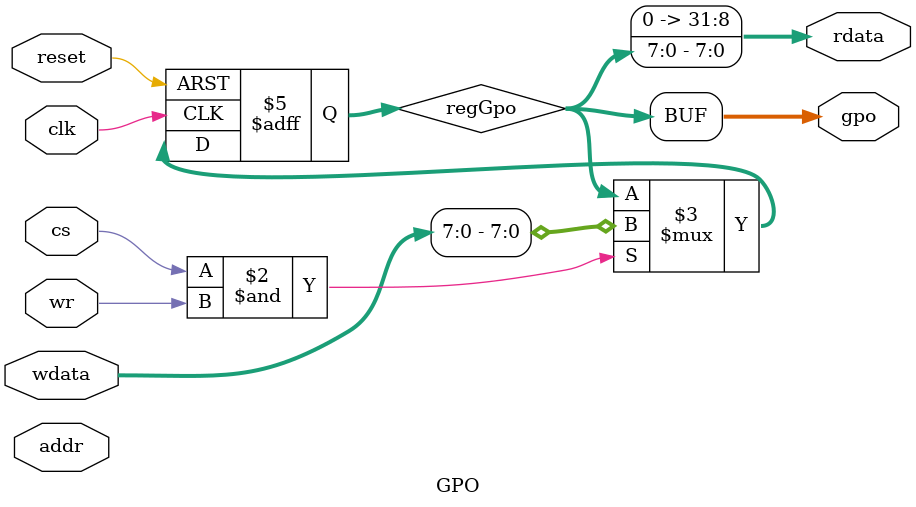
<source format=v>
`timescale 1ns / 1ps

module GPO(
    input           clk,
    input           reset,
    input           wr,
    input           cs,
    input           addr, // 없어도됨
    input   [31:0]  wdata, 
    output  [31:0]  rdata, 
    output  [7:0]   gpo // led 
    );

    reg [7:0] regGpo;
    
    assign gpo = regGpo; // register값이 port로 나가게 함

    always @(posedge clk ,posedge reset) begin
        if(reset) begin
            regGpo <= 0;
        end else begin
            if(cs & wr) regGpo <= wdata[7:0]; // write 하위 8비트
        end
    end

    assign rdata = {24'b0,regGpo};

endmodule

</source>
